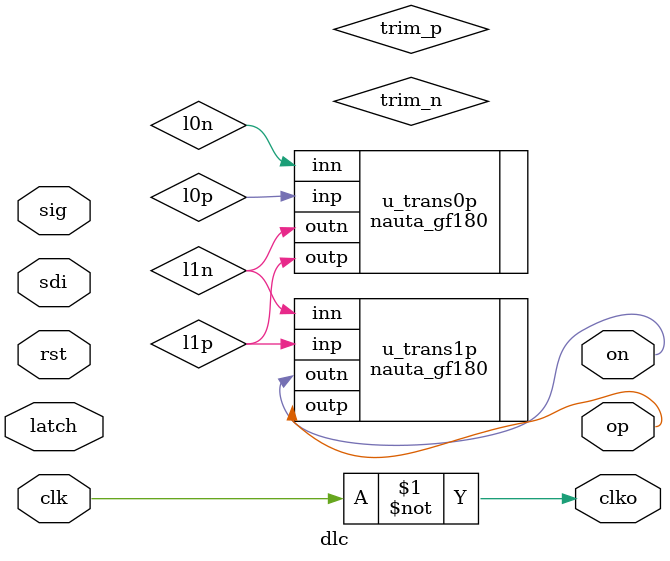
<source format=v>
`default_nettype none

module dlc #(
    parameter BITS = 32
)(
`ifdef USE_POWER_PINS
    inout vdd,	// User area 1 1.8V supply
    inout vss,	// User area 1 digital ground
`endif
    
    input clk,
    input rst,
    input sdi,
    input latch,
    input sig,
    output clko,
    output op,
    output on
);

    (* keep *) wire [3:0] trim_p;
    (* keep *) wire [3:0] trim_n;
    assign clko = ~clk;
    /*
    reg cdiv;
    always @(posedge clk) begin
        if(rst) cdiv <= 0;
        else    cdiv <= ~cdiv;
    end
    */

    (* keep *) wire l0p, l0n;
    wire l1p, l1n;
    (* keep *) nauta_gf180 u_trans0p(
        .inp  (l0p),
        .inn  (l0n),
        .outp (l1p),
        .outn (l1n)
    );

    (* keep *) nauta_gf180 u_trans1p(
        .inp  (l1p),
        .inn  (l1n),
        .outp (op),
        .outn (on)
    );

/*
    (* keep *) injector u_inj(
        .enable(~rst),
        .trim_p(trim_p),
        .trim_n(trim_n),
        // .latch (latch),
        .signal(sig),
        .outp  (l0p),
        .outn  (l0n)
    );
*/
endmodule /* dlc */

</source>
